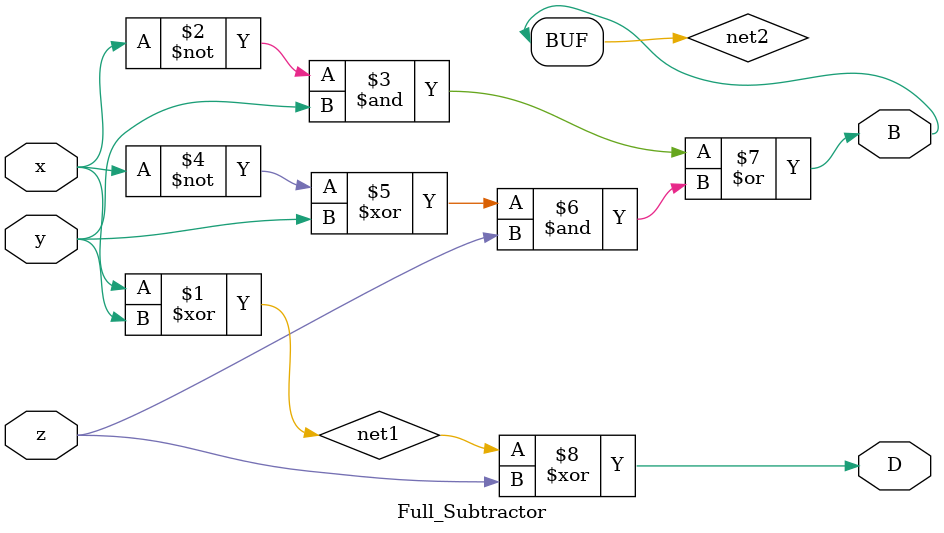
<source format=v>
`timescale 1ns / 1ps

module Full_Subtractor (x, y, z, B, D);

input x, y, z;  // ÇÇ°¨¼ö(x), °¨¼ö(y), Â÷¿ëÀÔ·Â(z)
output D, B;    // Â÷ÀÌ(Difference), Â÷¿ë Ãâ·Â(Borrow)

    wire net1, net2, net3;

    assign net1 = x^y;                        // ÀÓ½Ã Â÷ÀÌ
    assign net2 = (~x & y) | ((~x ^ y) & z);  // Â÷¿ë Ãâ·Â °è»ê

    assign D = net1^z; // ÃÖÁ¾ Â÷ÀÌ
    assign B = net2;   // Â÷¿ë Ãâ·Â

endmodule

</source>
